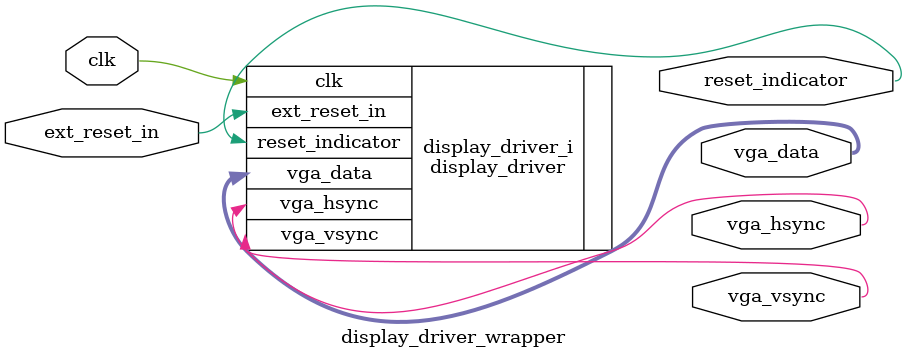
<source format=v>
`timescale 1 ps / 1 ps

module display_driver_wrapper
   (clk,
    ext_reset_in,
    reset_indicator,
    vga_data,
    vga_hsync,
    vga_vsync);
  input clk;
  input ext_reset_in;
  output [0:0]reset_indicator;
  output [11:0]vga_data;
  output vga_hsync;
  output vga_vsync;

  wire clk;
  wire ext_reset_in;
  wire [0:0]reset_indicator;
  wire [11:0]vga_data;
  wire vga_hsync;
  wire vga_vsync;

  display_driver display_driver_i
       (.clk(clk),
        .ext_reset_in(ext_reset_in),
        .reset_indicator(reset_indicator),
        .vga_data(vga_data),
        .vga_hsync(vga_hsync),
        .vga_vsync(vga_vsync));
endmodule

</source>
